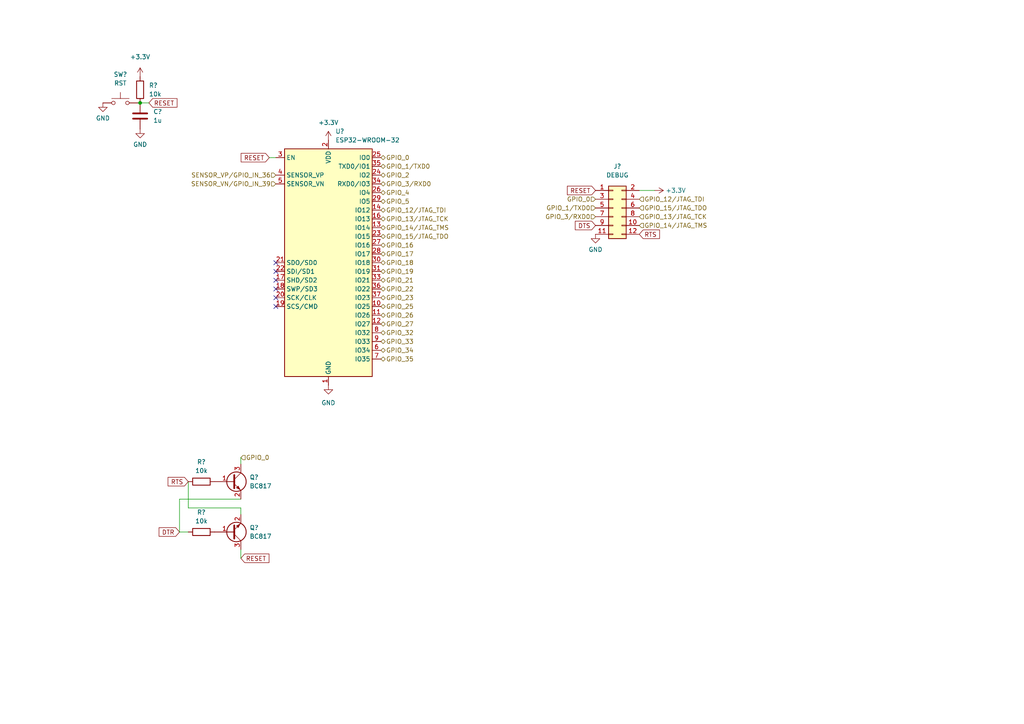
<source format=kicad_sch>
(kicad_sch (version 20211123) (generator eeschema)
  (paper "A4")
  (lib_symbols
    (symbol "Connector_Generic:Conn_02x06_Odd_Even" (pin_names (offset 1.016) hide)
      (property "Reference" "J" (at 1.27 7.62 0))
      (property "Value" "Conn_02x06_Odd_Even" (at 1.27 -10.16 0))
      (symbol "Conn_02x06_Odd_Even_1_1"
        (rectangle (start -1.27 -7.493) (end 0 -7.747) (stroke (width 0.1524)))
        (rectangle (start -1.27 -4.953) (end 0 -5.207) (stroke (width 0.1524)))
        (rectangle (start -1.27 -2.413) (end 0 -2.667) (stroke (width 0.1524)))
        (rectangle (start -1.27 0.127) (end 0 -0.127) (stroke (width 0.1524)))
        (rectangle (start -1.27 2.667) (end 0 2.413) (stroke (width 0.1524)))
        (rectangle (start -1.27 5.207) (end 0 4.953) (stroke (width 0.1524)))
        (rectangle (start -1.27 6.35) (end 3.81 -8.89) (stroke (width 0.254)) (fill (type background)))
        (rectangle (start 3.81 -7.493) (end 2.54 -7.747) (stroke (width 0.1524)))
        (rectangle (start 3.81 -4.953) (end 2.54 -5.207) (stroke (width 0.1524)))
        (rectangle (start 3.81 -2.413) (end 2.54 -2.667) (stroke (width 0.1524)))
        (rectangle (start 3.81 0.127) (end 2.54 -0.127) (stroke (width 0.1524)))
        (rectangle (start 3.81 2.667) (end 2.54 2.413) (stroke (width 0.1524)))
        (rectangle (start 3.81 5.207) (end 2.54 4.953) (stroke (width 0.1524)))
        (pin passive line (at -5.08 5.08 0) (length 3.81) (name "Pin_1") (number "1"))
        (pin passive line (at 7.62 -5.08 180) (length 3.81) (name "Pin_10") (number "10"))
        (pin passive line (at -5.08 -7.62 0) (length 3.81) (name "Pin_11") (number "11"))
        (pin passive line (at 7.62 -7.62 180) (length 3.81) (name "Pin_12") (number "12"))
        (pin passive line (at 7.62 5.08 180) (length 3.81) (name "Pin_2") (number "2"))
        (pin passive line (at -5.08 2.54 0) (length 3.81) (name "Pin_3") (number "3"))
        (pin passive line (at 7.62 2.54 180) (length 3.81) (name "Pin_4") (number "4"))
        (pin passive line (at -5.08 0 0) (length 3.81) (name "Pin_5") (number "5"))
        (pin passive line (at 7.62 0 180) (length 3.81) (name "Pin_6") (number "6"))
        (pin passive line (at -5.08 -2.54 0) (length 3.81) (name "Pin_7") (number "7"))
        (pin passive line (at 7.62 -2.54 180) (length 3.81) (name "Pin_8") (number "8"))
        (pin passive line (at -5.08 -5.08 0) (length 3.81) (name "Pin_9") (number "9"))
      )
    )
    (symbol "Device:C" (pin_numbers hide) (pin_names (offset 0.254))
      (property "Reference" "C" (at 0.635 2.54 0))
      (property "Value" "C" (at 0.635 -2.54 0))
      (symbol "C_0_1"
        (polyline (pts (xy -2.032 -0.762) (xy 2.032 -0.762)) (stroke (width 0.508)))
        (polyline (pts (xy -2.032 0.762) (xy 2.032 0.762)) (stroke (width 0.508)))
      )
      (symbol "C_1_1"
        (pin passive line (at 0 3.81 270) (length 2.794) (name "~") (number "1"))
        (pin passive line (at 0 -3.81 90) (length 2.794) (name "~") (number "2"))
      )
    )
    (symbol "Device:R" (pin_numbers hide) (pin_names (offset 0))
      (property "Reference" "R" (at 2.032 0 90))
      (property "Value" "R" (at 0 0 90))
      (symbol "R_0_1"
        (rectangle (start -1.016 -2.54) (end 1.016 2.54) (stroke (width 0.254)))
      )
      (symbol "R_1_1"
        (pin passive line (at 0 3.81 270) (length 1.27) (name "~") (number "1"))
        (pin passive line (at 0 -3.81 90) (length 1.27) (name "~") (number "2"))
      )
    )
    (symbol "RF_Module:ESP32-WROOM-32"
      (property "Reference" "U" (at -12.7 34.29 0))
      (property "Value" "ESP32-WROOM-32" (at 1.27 34.29 0))
      (symbol "ESP32-WROOM-32_0_1"
        (rectangle (start -12.7 33.02) (end 12.7 -33.02) (stroke (width 0.254)) (fill (type background)))
      )
      (symbol "ESP32-WROOM-32_1_1"
        (pin power_in line (at 0 -35.56 90) (length 2.54) (name "GND") (number "1"))
        (pin bidirectional line (at 15.24 -12.7 180) (length 2.54) (name "IO25") (number "10"))
        (pin bidirectional line (at 15.24 -15.24 180) (length 2.54) (name "IO26") (number "11"))
        (pin bidirectional line (at 15.24 -17.78 180) (length 2.54) (name "IO27") (number "12"))
        (pin bidirectional line (at 15.24 10.16 180) (length 2.54) (name "IO14") (number "13"))
        (pin bidirectional line (at 15.24 15.24 180) (length 2.54) (name "IO12") (number "14"))
        (pin passive line (at 0 -35.56 90) (length 2.54) hide (name "GND") (number "15"))
        (pin bidirectional line (at 15.24 12.7 180) (length 2.54) (name "IO13") (number "16"))
        (pin bidirectional line (at -15.24 -5.08 0) (length 2.54) (name "SHD/SD2") (number "17"))
        (pin bidirectional line (at -15.24 -7.62 0) (length 2.54) (name "SWP/SD3") (number "18"))
        (pin bidirectional line (at -15.24 -12.7 0) (length 2.54) (name "SCS/CMD") (number "19"))
        (pin power_in line (at 0 35.56 270) (length 2.54) (name "VDD") (number "2"))
        (pin bidirectional line (at -15.24 -10.16 0) (length 2.54) (name "SCK/CLK") (number "20"))
        (pin bidirectional line (at -15.24 0 0) (length 2.54) (name "SDO/SD0") (number "21"))
        (pin bidirectional line (at -15.24 -2.54 0) (length 2.54) (name "SDI/SD1") (number "22"))
        (pin bidirectional line (at 15.24 7.62 180) (length 2.54) (name "IO15") (number "23"))
        (pin bidirectional line (at 15.24 25.4 180) (length 2.54) (name "IO2") (number "24"))
        (pin bidirectional line (at 15.24 30.48 180) (length 2.54) (name "IO0") (number "25"))
        (pin bidirectional line (at 15.24 20.32 180) (length 2.54) (name "IO4") (number "26"))
        (pin bidirectional line (at 15.24 5.08 180) (length 2.54) (name "IO16") (number "27"))
        (pin bidirectional line (at 15.24 2.54 180) (length 2.54) (name "IO17") (number "28"))
        (pin bidirectional line (at 15.24 17.78 180) (length 2.54) (name "IO5") (number "29"))
        (pin input line (at -15.24 30.48 0) (length 2.54) (name "EN") (number "3"))
        (pin bidirectional line (at 15.24 0 180) (length 2.54) (name "IO18") (number "30"))
        (pin bidirectional line (at 15.24 -2.54 180) (length 2.54) (name "IO19") (number "31"))
        (pin no_connect line (at -12.7 -27.94 0) (length 2.54) hide (name "NC") (number "32"))
        (pin bidirectional line (at 15.24 -5.08 180) (length 2.54) (name "IO21") (number "33"))
        (pin bidirectional line (at 15.24 22.86 180) (length 2.54) (name "RXD0/IO3") (number "34"))
        (pin bidirectional line (at 15.24 27.94 180) (length 2.54) (name "TXD0/IO1") (number "35"))
        (pin bidirectional line (at 15.24 -7.62 180) (length 2.54) (name "IO22") (number "36"))
        (pin bidirectional line (at 15.24 -10.16 180) (length 2.54) (name "IO23") (number "37"))
        (pin passive line (at 0 -35.56 90) (length 2.54) hide (name "GND") (number "38"))
        (pin passive line (at 0 -35.56 90) (length 2.54) hide (name "GND") (number "39"))
        (pin input line (at -15.24 25.4 0) (length 2.54) (name "SENSOR_VP") (number "4"))
        (pin input line (at -15.24 22.86 0) (length 2.54) (name "SENSOR_VN") (number "5"))
        (pin input line (at 15.24 -25.4 180) (length 2.54) (name "IO34") (number "6"))
        (pin input line (at 15.24 -27.94 180) (length 2.54) (name "IO35") (number "7"))
        (pin bidirectional line (at 15.24 -20.32 180) (length 2.54) (name "IO32") (number "8"))
        (pin bidirectional line (at 15.24 -22.86 180) (length 2.54) (name "IO33") (number "9"))
      )
    )
    (symbol "Switch:SW_Push" (pin_numbers hide) (pin_names (offset 1.016) hide)
      (property "Reference" "SW" (at 1.27 2.54 0))
      (property "Value" "SW_Push" (at 0 -1.524 0))
      (symbol "SW_Push_0_1"
        (circle (center -2.032 0) (radius 0.508))
        (polyline (pts (xy 0 1.27) (xy 0 3.048)))
        (polyline (pts (xy 2.54 1.27) (xy -2.54 1.27)))
        (circle (center 2.032 0) (radius 0.508))
        (pin passive line (at -5.08 0 0) (length 2.54) (name "1") (number "1"))
        (pin passive line (at 5.08 0 180) (length 2.54) (name "2") (number "2"))
      )
    )
    (symbol "Transistor_BJT:BC817" (pin_names (offset 0) hide)
      (property "Reference" "Q" (at 5.08 1.905 0))
      (property "Value" "BC817" (at 5.08 0 0))
      (symbol "BC817_0_1"
        (polyline (pts (xy 0.635 0.635) (xy 2.54 2.54)))
        (polyline (pts (xy 0.635 -0.635) (xy 2.54 -2.54) (xy 2.54 -2.54)))
        (polyline (pts (xy 0.635 1.905) (xy 0.635 -1.905) (xy 0.635 -1.905)) (stroke (width 0.508)))
        (polyline (pts (xy 1.27 -1.778) (xy 1.778 -1.27) (xy 2.286 -2.286) (xy 1.27 -1.778) (xy 1.27 -1.778)) (fill (type outline)))
        (circle (center 1.27 0) (radius 2.8194) (stroke (width 0.254)))
      )
      (symbol "BC817_1_1"
        (pin input line (at -5.08 0 0) (length 5.715) (name "B") (number "1"))
        (pin passive line (at 2.54 -5.08 90) (length 2.54) (name "E") (number "2"))
        (pin passive line (at 2.54 5.08 270) (length 2.54) (name "C") (number "3"))
      )
    )
    (symbol "power:+3.3V" (power) (pin_names (offset 0))
      (property "Value" "+3.3V" (at 0 3.556 0))
      (symbol "+3.3V_0_1"
        (polyline (pts (xy -0.762 1.27) (xy 0 2.54)))
        (polyline (pts (xy 0 0) (xy 0 2.54)))
        (polyline (pts (xy 0 2.54) (xy 0.762 1.27)))
      )
      (symbol "+3.3V_1_1"
        (pin power_in line (at 0 0 90) (length 0) hide (name "+3.3V") (number "1"))
      )
    )
    (symbol "power:GND" (power) (pin_names (offset 0))
      (property "Value" "GND" (at 0 -3.81 0))
      (symbol "GND_0_1"
        (polyline (pts (xy 0 0) (xy 0 -1.27) (xy 1.27 -1.27) (xy 0 -2.54) (xy -1.27 -1.27) (xy 0 -1.27)))
      )
      (symbol "GND_1_1"
        (pin power_in line (at 0 0 270) (length 0) hide (name "GND") (number "1"))
      )
    )
  )
  (junction (at 40.64 29.845))
  (no_connect (at 80.01 76.2))
  (no_connect (at 80.01 78.74))
  (no_connect (at 80.01 81.28))
  (no_connect (at 80.01 83.82))
  (no_connect (at 80.01 86.36))
  (no_connect (at 80.01 88.9))
  (wire (pts (xy 54.61 139.7) (xy 54.61 147.32)))
  (wire (pts (xy 69.85 144.78) (xy 52.07 144.78)))
  (wire (pts (xy 69.85 147.32) (xy 69.85 149.225)))
  (wire (pts (xy 78.105 45.72) (xy 80.01 45.72)))
  (wire (pts (xy 43.18 29.845) (xy 40.64 29.845)))
  (wire (pts (xy 40.64 29.845) (xy 40.005 29.845)))
  (wire (pts (xy 54.61 147.32) (xy 69.85 147.32)))
  (wire (pts (xy 69.85 159.385) (xy 69.85 161.925)))
  (wire (pts (xy 52.07 144.78) (xy 52.07 154.305)))
  (wire (pts (xy 69.85 132.715) (xy 69.85 134.62)))
  (wire (pts (xy 52.07 154.305) (xy 54.61 154.305)))
  (wire (pts (xy 185.42 55.245) (xy 189.865 55.245)))
  (global_label "RESET" (shape input) (at 78.105 45.72 180) (property "Intersheet-verwijzingen" "${INTERSHEET_REFS}" (effects hide)))
  (global_label "RESET" (shape input) (at 69.85 161.925 0) (property "Intersheet-verwijzingen" "${INTERSHEET_REFS}" (effects hide)))
  (global_label "DTR" (shape input) (at 52.07 154.305 180) (property "Intersheet-verwijzingen" "${INTERSHEET_REFS}" (effects hide)))
  (global_label "RESET" (shape input) (at 172.72 55.245 180) (property "Intersheet-verwijzingen" "${INTERSHEET_REFS}" (effects hide)))
  (global_label "RTS" (shape input) (at 54.61 139.7 180) (property "Intersheet-verwijzingen" "${INTERSHEET_REFS}" (effects hide)))
  (global_label "RESET" (shape input) (at 43.18 29.845 0) (property "Intersheet-verwijzingen" "${INTERSHEET_REFS}" (effects hide)))
  (global_label "DTS" (shape input) (at 172.72 65.405 180) (property "Intersheet-verwijzingen" "${INTERSHEET_REFS}" (effects hide)))
  (global_label "RTS" (shape input) (at 185.42 67.945 0) (property "Intersheet-verwijzingen" "${INTERSHEET_REFS}" (effects hide)))
  (hierarchical_label "GPIO_23" (shape bidirectional) (at 110.49 86.36 0))
  (hierarchical_label "GPIO_15{slash}JTAG_TDO" (shape input) (at 185.42 60.325 0))
  (hierarchical_label "GPIO_17" (shape bidirectional) (at 110.49 73.66 0))
  (hierarchical_label "GPIO_0" (shape input) (at 69.85 132.715 0))
  (hierarchical_label "GPIO_22" (shape bidirectional) (at 110.49 83.82 0))
  (hierarchical_label "GPIO_14{slash}JTAG_TMS" (shape input) (at 185.42 65.405 0))
  (hierarchical_label "GPIO_19" (shape bidirectional) (at 110.49 78.74 0))
  (hierarchical_label "GPIO_2" (shape bidirectional) (at 110.49 50.8 0))
  (hierarchical_label "GPIO_35" (shape bidirectional) (at 110.49 104.14 0))
  (hierarchical_label "GPIO_14{slash}JTAG_TMS" (shape bidirectional) (at 110.49 66.04 0))
  (hierarchical_label "GPIO_3{slash}RXD0" (shape input) (at 172.72 62.865 180))
  (hierarchical_label "GPIO_18" (shape bidirectional) (at 110.49 76.2 0))
  (hierarchical_label "GPIO_33" (shape bidirectional) (at 110.49 99.06 0))
  (hierarchical_label "GPIO_32" (shape bidirectional) (at 110.49 96.52 0))
  (hierarchical_label "GPIO_27" (shape bidirectional) (at 110.49 93.98 0))
  (hierarchical_label "GPIO_0" (shape bidirectional) (at 110.49 45.72 0))
  (hierarchical_label "GPIO_0" (shape input) (at 172.72 57.785 180))
  (hierarchical_label "GPIO_25" (shape bidirectional) (at 110.49 88.9 0))
  (hierarchical_label "GPIO_12{slash}JTAG_TDI" (shape input) (at 185.42 57.785 0))
  (hierarchical_label "GPIO_4" (shape bidirectional) (at 110.49 55.88 0))
  (hierarchical_label "GPIO_3{slash}RXD0" (shape bidirectional) (at 110.49 53.34 0))
  (hierarchical_label "GPIO_13{slash}JTAG_TCK" (shape bidirectional) (at 110.49 63.5 0))
  (hierarchical_label "SENSOR_VP{slash}GPIO_IN_36" (shape input) (at 80.01 50.8 180))
  (hierarchical_label "GPIO_26" (shape bidirectional) (at 110.49 91.44 0))
  (hierarchical_label "GPIO_15{slash}JTAG_TDO" (shape bidirectional) (at 110.49 68.58 0))
  (hierarchical_label "GPIO_1{slash}TXD0" (shape input) (at 172.72 60.325 180))
  (hierarchical_label "GPIO_12{slash}JTAG_TDI" (shape bidirectional) (at 110.49 60.96 0))
  (hierarchical_label "GPIO_1{slash}TXD0" (shape bidirectional) (at 110.49 48.26 0))
  (hierarchical_label "GPIO_13{slash}JTAG_TCK" (shape input) (at 185.42 62.865 0))
  (hierarchical_label "GPIO_34" (shape bidirectional) (at 110.49 101.6 0))
  (hierarchical_label "GPIO_16" (shape bidirectional) (at 110.49 71.12 0))
  (hierarchical_label "GPIO_21" (shape bidirectional) (at 110.49 81.28 0))
  (hierarchical_label "SENSOR_VN{slash}GPIO_IN_39" (shape input) (at 80.01 53.34 180))
  (hierarchical_label "GPIO_5" (shape bidirectional) (at 110.49 58.42 0))
  (symbol (lib_id "power:GND") (at 172.72 67.945 0) (unit 1)
    (property "Reference" "#PWR?" (effects hide))
    (property "Value" "GND" (at 172.72 72.39 0))
  )
  (symbol (lib_id "Device:R") (at 58.42 154.305 90) (unit 1)
    (property "Reference" "R?" (at 58.42 148.59 90))
    (property "Value" "10k" (at 58.42 151.13 90))
  )
  (symbol (lib_id "RF_Module:ESP32-WROOM-32") (at 95.25 76.2 0) (unit 1)
    (property "Reference" "U?" (at 97.2694 38.1 0) (effects (justify left)))
    (property "Value" "ESP32-WROOM-32" (at 97.2694 40.64 0) (effects (justify left)))
    (property "Footprint" "RF_Module:ESP32-WROOM-32" (effects hide))
    (property "Datasheet" "https://www.espressif.com/sites/default/files/documentation/esp32-wroom-32_datasheet_en.pdf" (effects hide))
  )
  (symbol (lib_id "Switch:SW_Push") (at 34.925 29.845 0) (unit 1)
    (property "Reference" "SW?" (at 34.925 21.59 0))
    (property "Value" "RST" (at 34.925 24.13 0))
  )
  (symbol (lib_id "Connector_Generic:Conn_02x06_Odd_Even") (at 177.8 60.325 0) (unit 1)
    (property "Reference" "J?" (at 179.07 48.26 0))
    (property "Value" "DEBUG" (at 179.07 50.8 0))
  )
  (symbol (lib_id "Device:R") (at 40.64 26.035 0) (unit 1)
    (property "Reference" "R?" (at 43.18 24.7649 0) (effects (justify left)))
    (property "Value" "10k" (at 43.18 27.3049 0) (effects (justify left)))
  )
  (symbol (lib_id "power:+3.3V") (at 189.865 55.245 270) (unit 1)
    (property "Reference" "#PWR?" (effects hide))
    (property "Value" "+3.3V" (at 193.04 55.2449 90) (effects (justify left)))
  )
  (symbol (lib_id "Transistor_BJT:BC817") (at 67.31 154.305 0) (mirror x) (unit 1)
    (property "Reference" "Q?" (at 72.39 153.0349 0) (effects (justify left)))
    (property "Value" "BC817" (at 72.39 155.5749 0) (effects (justify left)))
    (property "Footprint" "Package_TO_SOT_SMD:SOT-23" (effects hide))
    (property "Datasheet" "https://www.onsemi.com/pub/Collateral/BC818-D.pdf" (effects hide))
  )
  (symbol (lib_id "power:+3.3V") (at 40.64 22.225 0) (unit 1)
    (property "Reference" "#PWR?" (effects hide))
    (property "Value" "+3.3V" (at 40.64 16.51 0))
  )
  (symbol (lib_id "power:+3.3V") (at 95.25 40.64 0) (unit 1)
    (property "Reference" "#PWR?" (effects hide))
    (property "Value" "+3.3V" (at 95.25 35.56 0))
  )
  (symbol (lib_id "power:GND") (at 29.845 29.845 0) (unit 1)
    (property "Reference" "#PWR?" (effects hide))
    (property "Value" "GND" (at 29.845 34.29 0))
  )
  (symbol (lib_id "Device:C") (at 40.64 33.655 0) (unit 1)
    (property "Reference" "C?" (at 44.45 32.3849 0) (effects (justify left)))
    (property "Value" "1u" (at 44.45 34.9249 0) (effects (justify left)))
  )
  (symbol (lib_id "power:GND") (at 95.25 111.76 0) (unit 1)
    (property "Reference" "#PWR?" (effects hide))
    (property "Value" "GND" (at 95.25 116.84 0))
  )
  (symbol (lib_id "Device:R") (at 58.42 139.7 90) (unit 1)
    (property "Reference" "R?" (at 58.42 133.985 90))
    (property "Value" "10k" (at 58.42 136.525 90))
  )
  (symbol (lib_id "Transistor_BJT:BC817") (at 67.31 139.7 0) (unit 1)
    (property "Reference" "Q?" (at 72.39 138.4299 0) (effects (justify left)))
    (property "Value" "BC817" (at 72.39 140.9699 0) (effects (justify left)))
    (property "Footprint" "Package_TO_SOT_SMD:SOT-23" (effects hide))
    (property "Datasheet" "https://www.onsemi.com/pub/Collateral/BC818-D.pdf" (effects hide))
  )
  (symbol (lib_id "power:GND") (at 40.64 37.465 0) (unit 1)
    (property "Reference" "#PWR?" (effects hide))
    (property "Value" "GND" (at 40.64 41.91 0))
  )
)
</source>
